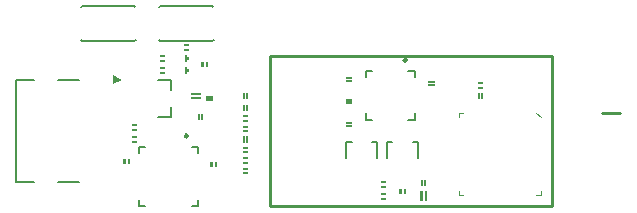
<source format=gto>
G04*
G04 #@! TF.GenerationSoftware,Altium Limited,Altium Designer,21.2.1 (34)*
G04*
G04 Layer_Color=65535*
%FSLAX25Y25*%
%MOIN*%
G70*
G04*
G04 #@! TF.SameCoordinates,24BC1A3A-2B15-4BCB-8D07-746B5B0C7B57*
G04*
G04*
G04 #@! TF.FilePolarity,Positive*
G04*
G01*
G75*
%ADD10C,0.00984*%
%ADD11C,0.00394*%
%ADD12C,0.00100*%
%ADD13C,0.00787*%
%ADD14C,0.01000*%
%ADD15C,0.00600*%
%ADD16C,0.00800*%
G36*
X57650Y28700D02*
X56350D01*
X56350Y29050D01*
X57650D01*
X57650Y28700D01*
D02*
G37*
G36*
X57650Y27150D02*
X56350D01*
Y27500D01*
X57650D01*
Y27150D01*
D02*
G37*
G36*
X49650Y25000D02*
X48350D01*
Y25350D01*
X49650D01*
Y25000D01*
D02*
G37*
G36*
Y23450D02*
X48350D01*
X48350Y23800D01*
X49650D01*
X49650Y23450D01*
D02*
G37*
G36*
X56850Y24650D02*
X57550D01*
Y24150D01*
X56850D01*
Y23350D01*
X56450D01*
Y25450D01*
X56850D01*
Y24650D01*
D02*
G37*
G36*
X63950Y21850D02*
X63600D01*
Y23150D01*
X63950D01*
Y21850D01*
D02*
G37*
G36*
X62400Y23150D02*
Y21850D01*
X62050Y21850D01*
Y23150D01*
X62400Y23150D01*
D02*
G37*
G36*
X49650Y21000D02*
X48350D01*
Y21350D01*
X49650D01*
Y21000D01*
D02*
G37*
G36*
Y19450D02*
X48350D01*
X48350Y19800D01*
X49650D01*
X49650Y19450D01*
D02*
G37*
G36*
X56850Y20650D02*
X57550D01*
Y20150D01*
X56850D01*
Y19350D01*
X56450D01*
Y21450D01*
X56850D01*
Y20650D01*
D02*
G37*
G36*
X111900Y17800D02*
X110100D01*
Y18150D01*
X111900D01*
Y17800D01*
D02*
G37*
G36*
Y16850D02*
X110100D01*
Y17200D01*
X111900D01*
Y16850D01*
D02*
G37*
G36*
X139500Y16500D02*
X137700D01*
Y16850D01*
X139500D01*
Y16500D01*
D02*
G37*
G36*
X155450Y15989D02*
X154150D01*
X154150Y16339D01*
X155450D01*
X155450Y15989D01*
D02*
G37*
G36*
X35500Y17250D02*
X32500Y15750D01*
Y18750D01*
X35500Y17250D01*
D02*
G37*
G36*
X139500Y15550D02*
X137700D01*
Y15900D01*
X139500D01*
Y15550D01*
D02*
G37*
G36*
X155450Y14439D02*
X154150D01*
Y14789D01*
X155450D01*
Y14439D01*
D02*
G37*
G36*
X61500Y12450D02*
X58500D01*
Y12950D01*
X61500D01*
Y12450D01*
D02*
G37*
G36*
X65400Y11300D02*
X63600D01*
Y11650D01*
X65400D01*
Y11300D01*
D02*
G37*
G36*
X77150Y11100D02*
X76800D01*
Y12900D01*
X77150D01*
Y11100D01*
D02*
G37*
G36*
X76200D02*
X75850D01*
Y12900D01*
X76200D01*
Y11100D01*
D02*
G37*
G36*
X61500Y11050D02*
X58500Y11050D01*
Y11550D01*
X61500D01*
Y11050D01*
D02*
G37*
G36*
X155450Y10989D02*
X155100D01*
Y12789D01*
X155450D01*
Y10989D01*
D02*
G37*
G36*
X154500D02*
X154150D01*
Y12789D01*
X154500D01*
Y10989D01*
D02*
G37*
G36*
X65400Y10350D02*
X63600D01*
Y10700D01*
X65400D01*
Y10350D01*
D02*
G37*
G36*
X111900Y10300D02*
X110100D01*
Y10650D01*
X111900D01*
Y10300D01*
D02*
G37*
G36*
Y9350D02*
X110100D01*
Y9700D01*
X111900D01*
Y9350D01*
D02*
G37*
G36*
X77150Y7100D02*
X76800D01*
Y8900D01*
X77150D01*
Y7100D01*
D02*
G37*
G36*
X76200D02*
X75850D01*
Y8900D01*
X76200D01*
Y7100D01*
D02*
G37*
G36*
X77150Y5100D02*
X75850D01*
X75850Y5450D01*
X77150D01*
X77150Y5100D01*
D02*
G37*
G36*
X62150Y4100D02*
X61800D01*
Y5900D01*
X62150D01*
Y4100D01*
D02*
G37*
G36*
X61200D02*
X60850D01*
Y5900D01*
X61200D01*
Y4100D01*
D02*
G37*
G36*
X77150Y3550D02*
X75850D01*
Y3900D01*
X77150D01*
Y3550D01*
D02*
G37*
G36*
X111900Y2800D02*
X110100D01*
Y3150D01*
X111900D01*
Y2800D01*
D02*
G37*
G36*
X40150Y2100D02*
X38850D01*
Y2450D01*
X40150D01*
Y2100D01*
D02*
G37*
G36*
X111900Y1850D02*
X110100D01*
Y2200D01*
X111900D01*
Y1850D01*
D02*
G37*
G36*
X77150Y1600D02*
X75850D01*
X75850Y1950D01*
X77150D01*
X77150Y1600D01*
D02*
G37*
G36*
X40150Y550D02*
X38850D01*
X38850Y900D01*
X40150D01*
X40150Y550D01*
D02*
G37*
G36*
X77150Y50D02*
X75850D01*
Y400D01*
X77150D01*
Y50D01*
D02*
G37*
G36*
X40150Y-1900D02*
X38850D01*
Y-1550D01*
X40150D01*
Y-1900D01*
D02*
G37*
G36*
X77150Y-3400D02*
X76800D01*
Y-1600D01*
X77150D01*
Y-3400D01*
D02*
G37*
G36*
X76200D02*
X75850D01*
Y-1600D01*
X76200D01*
Y-3400D01*
D02*
G37*
G36*
X40150Y-3450D02*
X38850D01*
X38850Y-3100D01*
X40150D01*
X40150Y-3450D01*
D02*
G37*
G36*
X77150Y-5400D02*
X75850D01*
X75850Y-5050D01*
X77150D01*
X77150Y-5400D01*
D02*
G37*
G36*
X77150Y-6950D02*
X75850D01*
Y-6600D01*
X77150D01*
Y-6950D01*
D02*
G37*
G36*
X77150Y-8900D02*
X75850D01*
X75850Y-8550D01*
X77150D01*
X77150Y-8900D01*
D02*
G37*
G36*
X77150Y-10450D02*
X75850D01*
Y-10100D01*
X77150D01*
Y-10450D01*
D02*
G37*
G36*
X37950Y-10650D02*
X37600D01*
Y-9350D01*
X37950D01*
Y-10650D01*
D02*
G37*
G36*
X36400Y-9350D02*
Y-10650D01*
X36050Y-10650D01*
Y-9350D01*
X36400Y-9350D01*
D02*
G37*
G36*
X66950Y-11650D02*
X66600D01*
Y-10350D01*
X66950D01*
Y-11650D01*
D02*
G37*
G36*
X65400Y-10350D02*
Y-11650D01*
X65050Y-11650D01*
Y-10350D01*
X65400Y-10350D01*
D02*
G37*
G36*
X77150Y-12400D02*
X75850D01*
X75850Y-12050D01*
X77150D01*
X77150Y-12400D01*
D02*
G37*
G36*
X77150Y-13950D02*
X75850D01*
Y-13600D01*
X77150D01*
Y-13950D01*
D02*
G37*
G36*
X123150Y-16900D02*
X121850D01*
Y-16550D01*
X123150D01*
Y-16900D01*
D02*
G37*
G36*
X136650Y-17900D02*
X136300D01*
Y-16100D01*
X136650D01*
Y-17900D01*
D02*
G37*
G36*
X135700D02*
X135350D01*
Y-16100D01*
X135700D01*
Y-17900D01*
D02*
G37*
G36*
X123150Y-18450D02*
X121850D01*
X121850Y-18100D01*
X123150D01*
X123150Y-18450D01*
D02*
G37*
G36*
X129950Y-20650D02*
X129600Y-20650D01*
Y-19350D01*
X129950Y-19350D01*
Y-20650D01*
D02*
G37*
G36*
X128400D02*
X128050D01*
Y-19350D01*
X128400D01*
Y-20650D01*
D02*
G37*
G36*
X123150Y-20900D02*
X121850D01*
X121850Y-20550D01*
X123150D01*
X123150Y-20900D01*
D02*
G37*
G36*
X123150Y-22450D02*
X121850D01*
Y-22100D01*
X123150D01*
Y-22450D01*
D02*
G37*
G36*
X136950Y-23000D02*
X136450D01*
Y-20000D01*
X136950D01*
X136950Y-23000D01*
D02*
G37*
G36*
X135550D02*
X135050D01*
Y-20000D01*
X135550D01*
Y-23000D01*
D02*
G37*
D10*
X57492Y-1500D02*
G03*
X57492Y-1500I-492J0D01*
G01*
X130413Y23811D02*
G03*
X130413Y23811I-492J0D01*
G01*
D11*
X173705Y6279D02*
X175279Y4705D01*
X147721Y-21280D02*
X149295D01*
X147721Y4705D02*
Y6279D01*
X149295D01*
X147721Y-21280D02*
Y-19705D01*
X175279Y-21280D02*
Y-19705D01*
X173705Y-21280D02*
X175279D01*
D12*
X56350Y29050D02*
X57650D01*
X57650Y28700D02*
X57650Y29050D01*
X56350Y28700D02*
X57650D01*
X56350Y29050D02*
X56350Y28700D01*
X57650Y27150D02*
Y27500D01*
X56350D02*
X57650D01*
X56350Y27150D02*
Y27500D01*
Y27150D02*
X57650D01*
X121850Y-16550D02*
X123150D01*
Y-16900D02*
Y-16550D01*
X121850Y-16900D02*
X123150D01*
X121850D02*
Y-16550D01*
X123150Y-18100D02*
X123150Y-18450D01*
X121850Y-18100D02*
X123150D01*
X121850Y-18450D02*
X121850Y-18100D01*
X121850Y-18450D02*
X123150D01*
X121850Y-22450D02*
X123150D01*
X121850D02*
Y-22100D01*
X123150D01*
Y-22450D02*
Y-22100D01*
X121850Y-20550D02*
X121850Y-20900D01*
X123150D01*
X123150Y-20550D01*
X121850D02*
X123150D01*
X61800Y4100D02*
X62150D01*
X61800Y5900D02*
X62150D01*
X61800Y4100D02*
Y5900D01*
X62150Y4100D02*
Y5900D01*
X60850Y4100D02*
Y5900D01*
X61200Y4100D02*
Y5900D01*
X60850Y4100D02*
X61200D01*
X60850Y5900D02*
X61200D01*
X58500Y12950D02*
X61500D01*
X58500Y12450D02*
X61500D01*
Y12950D01*
Y11050D02*
Y11550D01*
X58500D02*
X61500D01*
X58500Y11050D02*
X61500Y11050D01*
X58500Y12450D02*
Y12950D01*
Y11050D02*
Y11550D01*
X63600Y10350D02*
Y10700D01*
X65400Y10350D02*
Y10700D01*
X63600D02*
X65400D01*
X63600Y10350D02*
X65400D01*
X63600Y11650D02*
X65400D01*
X63600Y11300D02*
X65400D01*
X63600D02*
Y11650D01*
X65400Y11300D02*
Y11650D01*
X36050Y-10650D02*
Y-9350D01*
X36400Y-9350D01*
Y-10650D02*
Y-9350D01*
X36050Y-10650D02*
X36400Y-10650D01*
X37600Y-9350D02*
X37950D01*
X37600Y-10650D02*
Y-9350D01*
Y-10650D02*
X37950D01*
Y-9350D01*
X129950Y-20650D02*
Y-19350D01*
X129600Y-20650D02*
X129950Y-20650D01*
X129600Y-20650D02*
Y-19350D01*
X129950Y-19350D01*
X128050Y-20650D02*
X128400D01*
Y-19350D01*
X128050D02*
X128400D01*
X128050Y-20650D02*
Y-19350D01*
X65050Y-11650D02*
Y-10350D01*
X65400Y-10350D01*
Y-11650D02*
Y-10350D01*
X65050Y-11650D02*
X65400Y-11650D01*
X66600Y-10350D02*
X66950D01*
X66600Y-11650D02*
Y-10350D01*
Y-11650D02*
X66950D01*
Y-10350D01*
X136300Y-17900D02*
X136650D01*
X136300Y-16100D02*
X136650D01*
X136300Y-17900D02*
Y-16100D01*
X136650Y-17900D02*
Y-16100D01*
X135350Y-17900D02*
Y-16100D01*
X135700Y-17900D02*
Y-16100D01*
X135350Y-17900D02*
X135700D01*
X135350Y-16100D02*
X135700D01*
X136450Y-23000D02*
X136950D01*
X135050D02*
X135550D01*
X136950D02*
X136950Y-20000D01*
X136450Y-23000D02*
Y-20000D01*
X136950D01*
X135050D02*
X135550D01*
Y-23000D02*
Y-20000D01*
X135050Y-23000D02*
Y-20000D01*
X154150Y16339D02*
X155450D01*
X155450Y15989D02*
X155450Y16339D01*
X154150Y15989D02*
X155450D01*
X154150Y16339D02*
X154150Y15989D01*
X155450Y14439D02*
Y14789D01*
X154150D02*
X155450D01*
X154150Y14439D02*
Y14789D01*
Y14439D02*
X155450D01*
X111900Y17800D02*
Y18150D01*
X110100Y17800D02*
Y18150D01*
Y17800D02*
X111900D01*
X110100Y18150D02*
X111900D01*
X110100Y16850D02*
X111900D01*
X110100Y17200D02*
X111900D01*
Y16850D02*
Y17200D01*
X110100Y16850D02*
Y17200D01*
X154150Y12789D02*
X154500D01*
X154150Y10989D02*
X154500D01*
Y12789D01*
X154150Y10989D02*
Y12789D01*
X155450Y10989D02*
Y12789D01*
X155100Y10989D02*
Y12789D01*
X155450D01*
X155100Y10989D02*
X155450D01*
X110100Y9350D02*
Y9700D01*
X111900Y9350D02*
Y9700D01*
X110100D02*
X111900D01*
X110100Y9350D02*
X111900D01*
X110100Y10650D02*
X111900D01*
X110100Y10300D02*
X111900D01*
X110100D02*
Y10650D01*
X111900Y10300D02*
Y10650D01*
X137700Y15550D02*
Y15900D01*
X139500Y15550D02*
Y15900D01*
X137700D02*
X139500D01*
X137700Y15550D02*
X139500D01*
X137700Y16850D02*
X139500D01*
X137700Y16500D02*
X139500D01*
X137700D02*
Y16850D01*
X139500Y16500D02*
Y16850D01*
X38850Y-3450D02*
X40150D01*
X38850D02*
X38850Y-3100D01*
X40150D01*
X40150Y-3450D01*
X38850Y-1900D02*
Y-1550D01*
Y-1900D02*
X40150D01*
Y-1550D01*
X38850D02*
X40150D01*
X38850Y550D02*
X40150D01*
X38850D02*
X38850Y900D01*
X40150D01*
X40150Y550D01*
X38850Y2100D02*
Y2450D01*
Y2100D02*
X40150D01*
Y2450D01*
X38850D02*
X40150D01*
X110100Y1850D02*
Y2200D01*
X111900Y1850D02*
Y2200D01*
X110100D02*
X111900D01*
X110100Y1850D02*
X111900D01*
X110100Y3150D02*
X111900D01*
X110100Y2800D02*
X111900D01*
X110100D02*
Y3150D01*
X111900Y2800D02*
Y3150D01*
X76800Y7100D02*
X77150D01*
X76800Y8900D02*
X77150D01*
X76800Y7100D02*
Y8900D01*
X77150Y7100D02*
Y8900D01*
X75850Y7100D02*
Y8900D01*
X76200Y7100D02*
Y8900D01*
X75850Y7100D02*
X76200D01*
X75850Y8900D02*
X76200D01*
X56450Y21450D02*
X56850D01*
Y20150D02*
X57550D01*
X56850Y20650D02*
X57550D01*
X56450Y19350D02*
X56850D01*
Y20150D01*
X57550D02*
Y20650D01*
X56850D02*
Y21450D01*
X56450Y19350D02*
Y21450D01*
X48350Y19450D02*
X49650D01*
X48350D02*
X48350Y19800D01*
X49650D01*
X49650Y19450D01*
X48350Y21000D02*
Y21350D01*
Y21000D02*
X49650D01*
Y21350D01*
X48350D02*
X49650D01*
X56450Y25450D02*
X56850D01*
Y24150D02*
X57550D01*
X56850Y24650D02*
X57550D01*
X56450Y23350D02*
X56850D01*
Y24150D01*
X57550D02*
Y24650D01*
X56850D02*
Y25450D01*
X56450Y23350D02*
Y25450D01*
X48350Y23450D02*
X49650D01*
X48350D02*
X48350Y23800D01*
X49650D01*
X49650Y23450D01*
X48350Y25000D02*
Y25350D01*
Y25000D02*
X49650D01*
Y25350D01*
X48350D02*
X49650D01*
X75850Y-8550D02*
X77150D01*
X77150Y-8900D02*
X77150Y-8550D01*
X75850Y-8900D02*
X77150D01*
X75850Y-8550D02*
X75850Y-8900D01*
X77150Y-10450D02*
Y-10100D01*
X75850D02*
X77150D01*
X75850Y-10450D02*
Y-10100D01*
Y-10450D02*
X77150D01*
X75850Y-12050D02*
X77150D01*
X77150Y-12400D02*
X77150Y-12050D01*
X75850Y-12400D02*
X77150D01*
X75850Y-12050D02*
X75850Y-12400D01*
X77150Y-13950D02*
Y-13600D01*
X75850D02*
X77150D01*
X75850Y-13950D02*
Y-13600D01*
Y-13950D02*
X77150D01*
X75850Y-5050D02*
X77150D01*
X77150Y-5400D02*
X77150Y-5050D01*
X75850Y-5400D02*
X77150D01*
X75850Y-5050D02*
X75850Y-5400D01*
X77150Y-6950D02*
Y-6600D01*
X75850D02*
X77150D01*
X75850Y-6950D02*
Y-6600D01*
Y-6950D02*
X77150D01*
X62050Y21850D02*
Y23150D01*
X62400Y23150D01*
Y21850D02*
Y23150D01*
X62050Y21850D02*
X62400Y21850D01*
X63600Y23150D02*
X63950D01*
X63600Y21850D02*
Y23150D01*
Y21850D02*
X63950D01*
Y23150D01*
X75850Y1950D02*
X77150D01*
X77150Y1600D02*
X77150Y1950D01*
X75850Y1600D02*
X77150D01*
X75850Y1950D02*
X75850Y1600D01*
X77150Y50D02*
Y400D01*
X75850D02*
X77150D01*
X75850Y50D02*
Y400D01*
Y50D02*
X77150D01*
X75850Y5450D02*
X77150D01*
X77150Y5100D02*
X77150Y5450D01*
X75850Y5100D02*
X77150D01*
X75850Y5450D02*
X75850Y5100D01*
X77150Y3550D02*
Y3900D01*
X75850D02*
X77150D01*
X75850Y3550D02*
Y3900D01*
Y3550D02*
X77150D01*
X76800Y-3400D02*
X77150D01*
X76800Y-1600D02*
X77150D01*
X76800Y-3400D02*
Y-1600D01*
X77150Y-3400D02*
Y-1600D01*
X75850Y-3400D02*
Y-1600D01*
X76200Y-3400D02*
Y-1600D01*
X75850Y-3400D02*
X76200D01*
X75850Y-1600D02*
X76200D01*
X76800Y11100D02*
X77150D01*
X76800Y12900D02*
X77150D01*
X76800Y11100D02*
Y12900D01*
X77150Y11100D02*
Y12900D01*
X75850Y11100D02*
Y12900D01*
X76200Y11100D02*
Y12900D01*
X75850Y11100D02*
X76200D01*
X75850Y12900D02*
X76200D01*
D13*
X134216Y-8886D02*
Y-3571D01*
X123784Y-8886D02*
Y-3571D01*
X123770D02*
X125555D01*
X132445D02*
X134216D01*
X120717Y-8886D02*
Y-3571D01*
X110284Y-8886D02*
Y-3571D01*
X110270D02*
X112055D01*
X118945D02*
X120717D01*
X52043Y4898D02*
Y8244D01*
X47713Y4898D02*
X52043D01*
Y13756D02*
Y17102D01*
X47713D02*
X52043D01*
X116929Y20071D02*
X118996D01*
X116929Y18004D02*
Y20071D01*
Y3929D02*
Y5996D01*
Y3929D02*
X118996D01*
X131004D02*
X133071D01*
Y5996D01*
Y18004D02*
Y20071D01*
X131004D02*
X133071D01*
D14*
X85000Y-25000D02*
X179000D01*
Y25000D01*
X85000Y-25000D02*
Y25000D01*
X179000D01*
X195500Y6200D02*
X201600D01*
D15*
X41150Y-5150D02*
X43185D01*
X58815D02*
X60850D01*
Y-24850D02*
Y-22816D01*
X41150Y-24850D02*
X43185D01*
X41150Y-7185D02*
Y-5150D01*
X60850Y-7185D02*
Y-5150D01*
X41150Y-24850D02*
Y-22816D01*
X58815Y-24850D02*
X60850D01*
X65600Y41900D02*
X66000Y41500D01*
X48400Y41900D02*
X65600D01*
X65700Y30100D02*
X66100Y30500D01*
X48300Y30100D02*
X65700D01*
X47900Y30500D02*
X48300Y30100D01*
X48000Y41500D02*
X48402Y41900D01*
X39600D02*
X40000Y41500D01*
X22400Y41900D02*
X39600D01*
X39700Y30100D02*
X40100Y30500D01*
X22300Y30100D02*
X39700D01*
X21900Y30500D02*
X22300Y30100D01*
X22000Y41500D02*
X22402Y41900D01*
D16*
X343Y-17028D02*
Y17028D01*
X6360D01*
X14360Y17000D02*
X21360D01*
X343Y-17028D02*
X6360D01*
X14360Y-17000D02*
X21360D01*
M02*

</source>
